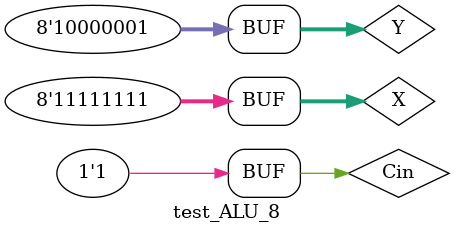
<source format=v>
`timescale 1ns / 1ps


module add_8(
	input [7:0] X,Y, 
	input Cin, 
	output reg[7:0] S, 
	output reg C, 
	output OF 
     ); 
	always @ (X or Y or Cin) 
	{ C,S } = X + Y + Cin; 
	assign OF = (X[7] == Y[7] && (S[7] != X[7])); 
	assign OF = (X[6] == Y[6] && (S[6] != X[6]));  
endmodule


module ALU_8(
    input Cin,
    input [7:0] X,
    input [7:0] Y,
    output reg [7:0] S,
    output reg OF,
    output reg ZF,
    output reg Cout
    );
    always@(Cin)
    begin
    ZF = 1'b1;
    end
    always@(*)
    begin
    	if(Cin)
			{Cout,S}=X+~Y+Cin;
    	else
    		{Cout,S}=X+Y+Cin;
    	OF=((X[7]==Y[7])&&(S[7]!=X[7]));
		ZF= (S==8'b00000000);
   	end
endmodule

module test_add_8();
	reg [7:0]X; 
	reg [7:0]Y; 
	reg Cin; 
	wire [7:0]S; 
	wire C; 
	wire OF;  
	add_8 a( 
    .X(X), 
    .Y(Y), 
    .Cin(Cin), 
    .S(S), 
    .C(C), 
    .OF(OF) 
	);  
	initial begin 
			Cin = 1'b0; 
			X = 8'b00000000;Y = 8'b00000001;#10; 
			X = 8'b01111111;Y = 8'b00000001;#10; 
			X = 8'b11111111;Y = 8'b00000001;#10; 
			X = 8'b11111111;Y = 8'b11111111;#10; 
			X = 8'b10000000;Y = 8'b10000000;#10; 
			X = 8'b01000000;Y = 8'b01000000;#10; 
			X = 8'b01111111;Y = 8'b11111111;#10; 
			X = 8'b00000000;Y = 8'b00000000;#10; 
			Cin = 1'b1; 
			X = 8'b00000000;Y = 8'b00000001;#10; 
			X = 8'b01111111;Y = 8'b00000001;#10; 
			X = 8'b11111111;Y = 8'b00000001;#10; 
			X = 8'b11111111;Y = 8'b11111111;#10; 
			X = 8'b10000000;Y = 8'b10000000;#10; 
			X = 8'b01000000;Y = 8'b01000000;#10; 
			X = 8'b01111111;Y = 8'b11111111;#10; 
			X = 8'b00000000;Y = 8'b00000000;#10; 
			end 
endmodule


module test_ALU_8();
	reg Cin;
	reg [7:0] X;
	reg [7:0] Y;
	wire [7:0] S;
	wire OF;
	wire ZF;
	wire Cout;
	ALU_8 a(
			.Cin(Cin),
			.X(X),
			.Y(Y),
			.S(S),
			.OF(OF),
			.ZF(ZF),
			.Cout(Cout)
			);
	initial begin
		Cin=1'b0;
		X=8'b00000000; Y=8'b00000000;#10;
					   Y=8'b00000001;#10;
		X=8'b01111111; Y=8'b00000000;#10;
					   Y=8'b00000001;#10;
					   Y=8'b01111111;#10;
					   Y=8'b11111111;#10;
					   Y=8'b10000000;#10;
		X=8'b10000000; Y=8'b00000001;#10;
					   Y=8'b01111111;#10;
					   Y=8'b11111111;#10;
					   Y=8'b10000001;#10;
		X=8'b11111111; Y=8'b00000001;#10;
					   Y=8'b01111111;#10;
					   Y=8'b11111111;#10;
					   Y=8'b10000001;#10;
		Cin=1'b1;
		X=8'b00000000; Y=8'b00000000;#10;
					   Y=8'b00000001;#10;
		X=8'b01111111; Y=8'b00000000;#10;
					   Y=8'b00000001;#10;
					   Y=8'b01111111;#10;
					   Y=8'b11111111;#10;
					   Y=8'b10000000;#10;
		X=8'b10000000; Y=8'b00000001;#10;
					   Y=8'b01111111;#10;
					   Y=8'b11111111;#10;
					   Y=8'b10000001;#10;
		X=8'b11111111; Y=8'b00000001;#10;
					   Y=8'b01111111;#10;
					   Y=8'b11111111;#10;
					   Y=8'b10000001;#10;		
		end
endmodule

</source>
